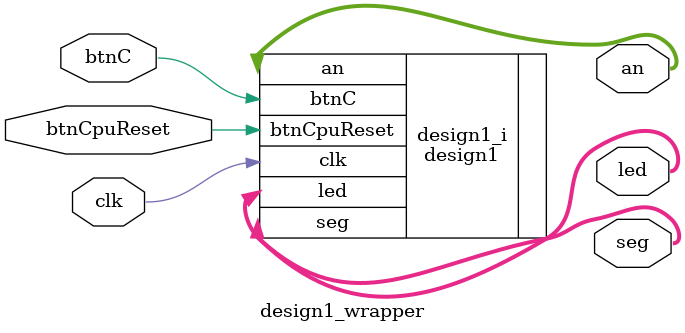
<source format=v>
`timescale 1 ps / 1 ps

module design1_wrapper
   (an,
    btnC,
    btnCpuReset,
    clk,
    led,
    seg);
  output [7:0]an;
  input btnC;
  input btnCpuReset;
  input clk;
  output [3:0]led;
  output [6:0]seg;

  wire [7:0]an;
  wire btnC;
  wire btnCpuReset;
  wire clk;
  wire [3:0]led;
  wire [6:0]seg;

  design1 design1_i
       (.an(an),
        .btnC(btnC),
        .btnCpuReset(btnCpuReset),
        .clk(clk),
        .led(led),
        .seg(seg));
endmodule

</source>
